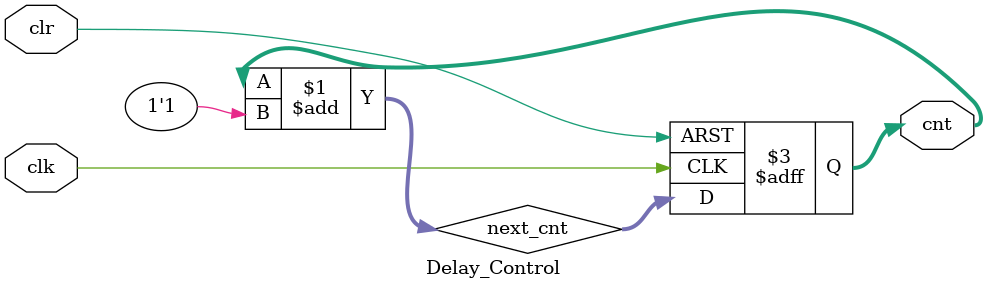
<source format=v>
`timescale 1ns / 1ps

module Delay_Control
#(parameter count_init = 3'b100)
(cnt,clk,clr);
input clk,clr;
output [2:0]cnt;

reg [2:0]cnt;
wire [2:0]next_cnt;

assign next_cnt = cnt + 1'b1;  //Just increment by 1

always @ (posedge clk or posedge clr)   
begin
 if(clr)
 begin
 cnt <= count_init;
 end
 else
 begin
 cnt <= next_cnt;
 end
end

endmodule

</source>
